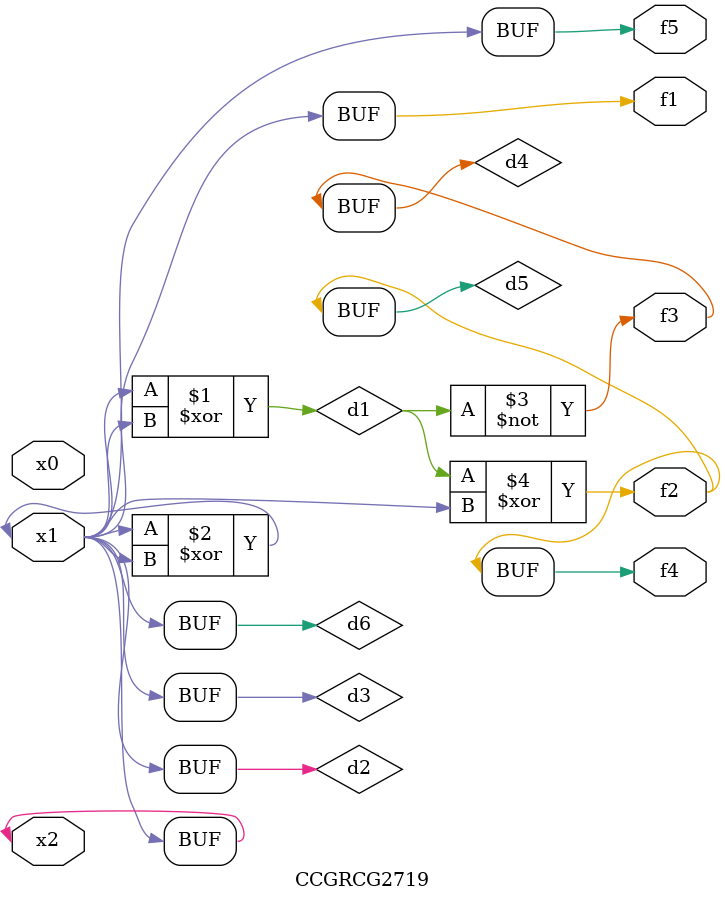
<source format=v>
module CCGRCG2719(
	input x0, x1, x2,
	output f1, f2, f3, f4, f5
);

	wire d1, d2, d3, d4, d5, d6;

	xor (d1, x1, x2);
	buf (d2, x1, x2);
	xor (d3, x1, x2);
	nor (d4, d1);
	xor (d5, d1, d2);
	buf (d6, d2, d3);
	assign f1 = d6;
	assign f2 = d5;
	assign f3 = d4;
	assign f4 = d5;
	assign f5 = d6;
endmodule

</source>
